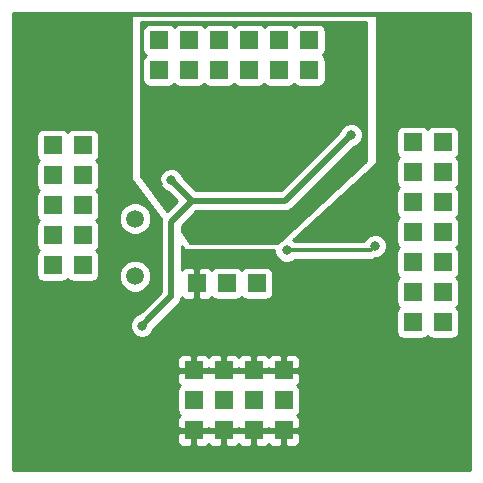
<source format=gbr>
G04 #@! TF.FileFunction,Copper,L1,Top,Signal*
%FSLAX46Y46*%
G04 Gerber Fmt 4.6, Leading zero omitted, Abs format (unit mm)*
G04 Created by KiCad (PCBNEW 0.201509081510+6169~29~ubuntu15.04.1-product) date Pá 11. září 2015, 10:44:20 CEST*
%MOMM*%
G01*
G04 APERTURE LIST*
%ADD10C,0.150000*%
%ADD11R,1.524000X1.524000*%
%ADD12C,6.000000*%
%ADD13C,1.501140*%
%ADD14C,0.800000*%
%ADD15C,0.500000*%
%ADD16C,0.300000*%
%ADD17C,0.400000*%
%ADD18C,0.254000*%
G04 APERTURE END LIST*
D10*
D11*
X15875000Y34798000D03*
X15875000Y37338000D03*
X23876000Y4318000D03*
X21336000Y4318000D03*
X23876000Y6858000D03*
X21336000Y6858000D03*
X23876000Y9398000D03*
X21336000Y9398000D03*
X37338000Y26162000D03*
X34798000Y26162000D03*
X37338000Y28702000D03*
X34798000Y28702000D03*
X13335000Y34798000D03*
X13335000Y37338000D03*
X18415000Y34798000D03*
X18415000Y37338000D03*
X20955000Y37338000D03*
X20955000Y34798000D03*
X26035000Y37338000D03*
X26035000Y34798000D03*
X23495000Y37338000D03*
X23495000Y34798000D03*
X16510000Y16764000D03*
X19050000Y16764000D03*
X21590000Y16764000D03*
X6858000Y28448000D03*
X4318000Y28448000D03*
X6858000Y25908000D03*
X4318000Y25908000D03*
X37338000Y18542000D03*
X34798000Y18542000D03*
X37338000Y21082000D03*
X34798000Y21082000D03*
X6858000Y18288000D03*
X4318000Y18288000D03*
X37338000Y13462000D03*
X34798000Y13462000D03*
X37338000Y16002000D03*
X34798000Y16002000D03*
X37338000Y23622000D03*
X34798000Y23622000D03*
X16256000Y9398000D03*
X18796000Y9398000D03*
X16256000Y6858000D03*
X18796000Y6858000D03*
X16256000Y4318000D03*
X18796000Y4318000D03*
X6858000Y20828000D03*
X4318000Y20828000D03*
X6858000Y23368000D03*
X4318000Y23368000D03*
D12*
X35560000Y35560000D03*
X35560000Y5080000D03*
X5080000Y35560000D03*
X5080000Y5080000D03*
D13*
X11303000Y22252940D03*
X11303000Y17371060D03*
D14*
X10287000Y26289000D03*
X17907000Y18542000D03*
X5588000Y15621000D03*
X31623000Y19939000D03*
X24130000Y19558000D03*
X29591000Y29337000D03*
X14351000Y25527028D03*
X11886691Y13192000D03*
X13208000Y25146000D03*
X20447000Y32131000D03*
X19431000Y21971000D03*
X18669000Y28702000D03*
X29894000Y33211000D03*
X25337000Y31496000D03*
X18033998Y25400000D03*
X16383000Y31369000D03*
D15*
X19812000Y18669000D02*
X19685000Y18542000D01*
X19685000Y18542000D02*
X18472685Y18542000D01*
X18472685Y18542000D02*
X17907000Y18542000D01*
D16*
X16256000Y4318000D02*
X15194000Y4318000D01*
X15194000Y4318000D02*
X15067000Y4445000D01*
X31242000Y19558000D02*
X31623000Y19939000D01*
X24130000Y19558000D02*
X31242000Y19558000D01*
D15*
X24014998Y23760998D02*
X29191001Y28937001D01*
X29191001Y28937001D02*
X29591000Y29337000D01*
X16117030Y23760998D02*
X24014998Y23760998D01*
X16117030Y23760998D02*
X14351000Y25527028D01*
X14351000Y15656309D02*
X14351000Y21994968D01*
X14351000Y21994968D02*
X16117030Y23760998D01*
X11886691Y13192000D02*
X12503571Y13808880D01*
X12503571Y13808880D02*
X14351000Y15656309D01*
D17*
X14351000Y18397640D02*
X14351000Y18968106D01*
X14351000Y15656309D02*
X14351000Y18397640D01*
X14351000Y18397640D02*
X14351000Y21994968D01*
D16*
X14351000Y18968106D02*
X14351000Y21994968D01*
X21012685Y32131000D02*
X20447000Y32131000D01*
X23225000Y32131000D02*
X21012685Y32131000D01*
X19685000Y31369000D02*
X20047001Y31731001D01*
X16383000Y31369000D02*
X19685000Y31369000D01*
X24130000Y31226000D02*
X23225000Y32131000D01*
X20047001Y31731001D02*
X20447000Y32131000D01*
X18669000Y28702000D02*
X18669000Y28136315D01*
X18669000Y28136315D02*
X18669000Y28321000D01*
X18433997Y25799999D02*
X18033998Y25400000D01*
X23859998Y31226000D02*
X18433997Y25799999D01*
X24130000Y31226000D02*
X23859998Y31226000D01*
X24130000Y31226000D02*
X29638000Y31226000D01*
D18*
G36*
X39676000Y964000D02*
X964000Y964000D01*
X964000Y4032250D01*
X14859000Y4032250D01*
X14859000Y3429690D01*
X14955673Y3196301D01*
X15134302Y3017673D01*
X15367691Y2921000D01*
X15970250Y2921000D01*
X16129000Y3079750D01*
X16129000Y4191000D01*
X16383000Y4191000D01*
X16383000Y3079750D01*
X16541750Y2921000D01*
X17144309Y2921000D01*
X17377698Y3017673D01*
X17526000Y3165974D01*
X17674302Y3017673D01*
X17907691Y2921000D01*
X18510250Y2921000D01*
X18669000Y3079750D01*
X18669000Y4191000D01*
X18923000Y4191000D01*
X18923000Y3079750D01*
X19081750Y2921000D01*
X19684309Y2921000D01*
X19917698Y3017673D01*
X20066000Y3165974D01*
X20214302Y3017673D01*
X20447691Y2921000D01*
X21050250Y2921000D01*
X21209000Y3079750D01*
X21209000Y4191000D01*
X21463000Y4191000D01*
X21463000Y3079750D01*
X21621750Y2921000D01*
X22224309Y2921000D01*
X22457698Y3017673D01*
X22606000Y3165974D01*
X22754302Y3017673D01*
X22987691Y2921000D01*
X23590250Y2921000D01*
X23749000Y3079750D01*
X23749000Y4191000D01*
X24003000Y4191000D01*
X24003000Y3079750D01*
X24161750Y2921000D01*
X24764309Y2921000D01*
X24997698Y3017673D01*
X25176327Y3196301D01*
X25273000Y3429690D01*
X25273000Y4032250D01*
X25114250Y4191000D01*
X24003000Y4191000D01*
X23749000Y4191000D01*
X22637750Y4191000D01*
X22606000Y4159250D01*
X22574250Y4191000D01*
X21463000Y4191000D01*
X21209000Y4191000D01*
X20097750Y4191000D01*
X20066000Y4159250D01*
X20034250Y4191000D01*
X18923000Y4191000D01*
X18669000Y4191000D01*
X17557750Y4191000D01*
X17526000Y4159250D01*
X17494250Y4191000D01*
X16383000Y4191000D01*
X16129000Y4191000D01*
X15017750Y4191000D01*
X14859000Y4032250D01*
X964000Y4032250D01*
X964000Y7620000D01*
X14846560Y7620000D01*
X14846560Y6096000D01*
X14890838Y5860683D01*
X15029910Y5644559D01*
X15107511Y5591536D01*
X14955673Y5439699D01*
X14859000Y5206310D01*
X14859000Y4603750D01*
X15017750Y4445000D01*
X16129000Y4445000D01*
X16129000Y4465000D01*
X16383000Y4465000D01*
X16383000Y4445000D01*
X17494250Y4445000D01*
X17526000Y4476750D01*
X17557750Y4445000D01*
X18669000Y4445000D01*
X18669000Y4465000D01*
X18923000Y4465000D01*
X18923000Y4445000D01*
X20034250Y4445000D01*
X20066000Y4476750D01*
X20097750Y4445000D01*
X21209000Y4445000D01*
X21209000Y4465000D01*
X21463000Y4465000D01*
X21463000Y4445000D01*
X22574250Y4445000D01*
X22606000Y4476750D01*
X22637750Y4445000D01*
X23749000Y4445000D01*
X23749000Y4465000D01*
X24003000Y4465000D01*
X24003000Y4445000D01*
X25114250Y4445000D01*
X25273000Y4603750D01*
X25273000Y5206310D01*
X25176327Y5439699D01*
X25025354Y5590671D01*
X25089441Y5631910D01*
X25234431Y5844110D01*
X25285440Y6096000D01*
X25285440Y7620000D01*
X25241162Y7855317D01*
X25102090Y8071441D01*
X25024489Y8124464D01*
X25176327Y8276301D01*
X25273000Y8509690D01*
X25273000Y9112250D01*
X25114250Y9271000D01*
X24003000Y9271000D01*
X24003000Y9251000D01*
X23749000Y9251000D01*
X23749000Y9271000D01*
X22637750Y9271000D01*
X22606000Y9239250D01*
X22574250Y9271000D01*
X21463000Y9271000D01*
X21463000Y9251000D01*
X21209000Y9251000D01*
X21209000Y9271000D01*
X20097750Y9271000D01*
X20066000Y9239250D01*
X20034250Y9271000D01*
X18923000Y9271000D01*
X18923000Y9251000D01*
X18669000Y9251000D01*
X18669000Y9271000D01*
X17557750Y9271000D01*
X17526000Y9239250D01*
X17494250Y9271000D01*
X16383000Y9271000D01*
X16383000Y9251000D01*
X16129000Y9251000D01*
X16129000Y9271000D01*
X15017750Y9271000D01*
X14859000Y9112250D01*
X14859000Y8509690D01*
X14955673Y8276301D01*
X15106646Y8125329D01*
X15042559Y8084090D01*
X14897569Y7871890D01*
X14846560Y7620000D01*
X964000Y7620000D01*
X964000Y10286310D01*
X14859000Y10286310D01*
X14859000Y9683750D01*
X15017750Y9525000D01*
X16129000Y9525000D01*
X16129000Y10636250D01*
X16383000Y10636250D01*
X16383000Y9525000D01*
X17494250Y9525000D01*
X17526000Y9556750D01*
X17557750Y9525000D01*
X18669000Y9525000D01*
X18669000Y10636250D01*
X18923000Y10636250D01*
X18923000Y9525000D01*
X20034250Y9525000D01*
X20066000Y9556750D01*
X20097750Y9525000D01*
X21209000Y9525000D01*
X21209000Y10636250D01*
X21463000Y10636250D01*
X21463000Y9525000D01*
X22574250Y9525000D01*
X22606000Y9556750D01*
X22637750Y9525000D01*
X23749000Y9525000D01*
X23749000Y10636250D01*
X24003000Y10636250D01*
X24003000Y9525000D01*
X25114250Y9525000D01*
X25273000Y9683750D01*
X25273000Y10286310D01*
X25176327Y10519699D01*
X24997698Y10698327D01*
X24764309Y10795000D01*
X24161750Y10795000D01*
X24003000Y10636250D01*
X23749000Y10636250D01*
X23590250Y10795000D01*
X22987691Y10795000D01*
X22754302Y10698327D01*
X22606000Y10550026D01*
X22457698Y10698327D01*
X22224309Y10795000D01*
X21621750Y10795000D01*
X21463000Y10636250D01*
X21209000Y10636250D01*
X21050250Y10795000D01*
X20447691Y10795000D01*
X20214302Y10698327D01*
X20066000Y10550026D01*
X19917698Y10698327D01*
X19684309Y10795000D01*
X19081750Y10795000D01*
X18923000Y10636250D01*
X18669000Y10636250D01*
X18510250Y10795000D01*
X17907691Y10795000D01*
X17674302Y10698327D01*
X17526000Y10550026D01*
X17377698Y10698327D01*
X17144309Y10795000D01*
X16541750Y10795000D01*
X16383000Y10636250D01*
X16129000Y10636250D01*
X15970250Y10795000D01*
X15367691Y10795000D01*
X15134302Y10698327D01*
X14955673Y10519699D01*
X14859000Y10286310D01*
X964000Y10286310D01*
X964000Y12987029D01*
X10851512Y12987029D01*
X11008749Y12606485D01*
X11299645Y12315081D01*
X11679914Y12157180D01*
X12091662Y12156821D01*
X12472206Y12314058D01*
X12763610Y12604954D01*
X12914423Y12968152D01*
X13129358Y13183088D01*
X13129361Y13183090D01*
X14976787Y15030517D01*
X14976790Y15030519D01*
X15168633Y15317634D01*
X15184786Y15398838D01*
X15229309Y15622666D01*
X15388301Y15463673D01*
X15621690Y15367000D01*
X16224250Y15367000D01*
X16383000Y15525750D01*
X16383000Y16637000D01*
X16363000Y16637000D01*
X16363000Y16891000D01*
X16383000Y16891000D01*
X16383000Y18002250D01*
X16637000Y18002250D01*
X16637000Y16891000D01*
X16657000Y16891000D01*
X16657000Y16637000D01*
X16637000Y16637000D01*
X16637000Y15525750D01*
X16795750Y15367000D01*
X17398310Y15367000D01*
X17631699Y15463673D01*
X17782671Y15614646D01*
X17823910Y15550559D01*
X18036110Y15405569D01*
X18288000Y15354560D01*
X19812000Y15354560D01*
X20047317Y15398838D01*
X20263441Y15537910D01*
X20319374Y15619770D01*
X20363910Y15550559D01*
X20576110Y15405569D01*
X20828000Y15354560D01*
X22352000Y15354560D01*
X22587317Y15398838D01*
X22803441Y15537910D01*
X22948431Y15750110D01*
X22999440Y16002000D01*
X22999440Y17526000D01*
X22955162Y17761317D01*
X22816090Y17977441D01*
X22603890Y18122431D01*
X22352000Y18173440D01*
X20828000Y18173440D01*
X20592683Y18129162D01*
X20376559Y17990090D01*
X20320626Y17908230D01*
X20276090Y17977441D01*
X20063890Y18122431D01*
X19812000Y18173440D01*
X18288000Y18173440D01*
X18052683Y18129162D01*
X17836559Y17990090D01*
X17783536Y17912489D01*
X17631699Y18064327D01*
X17398310Y18161000D01*
X16795750Y18161000D01*
X16637000Y18002250D01*
X16383000Y18002250D01*
X16224250Y18161000D01*
X15621690Y18161000D01*
X15388301Y18064327D01*
X15236000Y17912025D01*
X15236000Y19897884D01*
X15454519Y19608473D01*
X15492278Y19575070D01*
X15555873Y19558000D01*
X23095000Y19558000D01*
X23094821Y19353029D01*
X23252058Y18972485D01*
X23542954Y18681081D01*
X23923223Y18523180D01*
X24334971Y18522821D01*
X24715515Y18680058D01*
X24808619Y18773000D01*
X31242000Y18773000D01*
X31542407Y18832755D01*
X31648999Y18903977D01*
X31827971Y18903821D01*
X32208515Y19061058D01*
X32499919Y19351954D01*
X32657820Y19732223D01*
X32658179Y20143971D01*
X32500942Y20524515D01*
X32210046Y20815919D01*
X31829777Y20973820D01*
X31418029Y20974179D01*
X31037485Y20816942D01*
X30746081Y20526046D01*
X30670074Y20343000D01*
X24808805Y20343000D01*
X24717046Y20434919D01*
X24684606Y20448389D01*
X31700869Y26845515D01*
X31730640Y26886199D01*
X31742303Y26939284D01*
X31743866Y29464000D01*
X33388560Y29464000D01*
X33388560Y27940000D01*
X33432838Y27704683D01*
X33571910Y27488559D01*
X33653770Y27432626D01*
X33584559Y27388090D01*
X33439569Y27175890D01*
X33388560Y26924000D01*
X33388560Y25400000D01*
X33432838Y25164683D01*
X33571910Y24948559D01*
X33653770Y24892626D01*
X33584559Y24848090D01*
X33439569Y24635890D01*
X33388560Y24384000D01*
X33388560Y22860000D01*
X33432838Y22624683D01*
X33571910Y22408559D01*
X33653770Y22352626D01*
X33584559Y22308090D01*
X33439569Y22095890D01*
X33388560Y21844000D01*
X33388560Y20320000D01*
X33432838Y20084683D01*
X33571910Y19868559D01*
X33653770Y19812626D01*
X33584559Y19768090D01*
X33439569Y19555890D01*
X33388560Y19304000D01*
X33388560Y17780000D01*
X33432838Y17544683D01*
X33571910Y17328559D01*
X33653770Y17272626D01*
X33584559Y17228090D01*
X33439569Y17015890D01*
X33388560Y16764000D01*
X33388560Y15240000D01*
X33432838Y15004683D01*
X33571910Y14788559D01*
X33653770Y14732626D01*
X33584559Y14688090D01*
X33439569Y14475890D01*
X33388560Y14224000D01*
X33388560Y12700000D01*
X33432838Y12464683D01*
X33571910Y12248559D01*
X33784110Y12103569D01*
X34036000Y12052560D01*
X35560000Y12052560D01*
X35795317Y12096838D01*
X36011441Y12235910D01*
X36067374Y12317770D01*
X36111910Y12248559D01*
X36324110Y12103569D01*
X36576000Y12052560D01*
X38100000Y12052560D01*
X38335317Y12096838D01*
X38551441Y12235910D01*
X38696431Y12448110D01*
X38747440Y12700000D01*
X38747440Y14224000D01*
X38703162Y14459317D01*
X38564090Y14675441D01*
X38482230Y14731374D01*
X38551441Y14775910D01*
X38696431Y14988110D01*
X38747440Y15240000D01*
X38747440Y16764000D01*
X38703162Y16999317D01*
X38564090Y17215441D01*
X38482230Y17271374D01*
X38551441Y17315910D01*
X38696431Y17528110D01*
X38747440Y17780000D01*
X38747440Y19304000D01*
X38703162Y19539317D01*
X38564090Y19755441D01*
X38482230Y19811374D01*
X38551441Y19855910D01*
X38696431Y20068110D01*
X38747440Y20320000D01*
X38747440Y21844000D01*
X38703162Y22079317D01*
X38564090Y22295441D01*
X38482230Y22351374D01*
X38551441Y22395910D01*
X38696431Y22608110D01*
X38747440Y22860000D01*
X38747440Y24384000D01*
X38703162Y24619317D01*
X38564090Y24835441D01*
X38482230Y24891374D01*
X38551441Y24935910D01*
X38696431Y25148110D01*
X38747440Y25400000D01*
X38747440Y26924000D01*
X38703162Y27159317D01*
X38564090Y27375441D01*
X38482230Y27431374D01*
X38551441Y27475910D01*
X38696431Y27688110D01*
X38747440Y27940000D01*
X38747440Y29464000D01*
X38703162Y29699317D01*
X38564090Y29915441D01*
X38351890Y30060431D01*
X38100000Y30111440D01*
X36576000Y30111440D01*
X36340683Y30067162D01*
X36124559Y29928090D01*
X36068626Y29846230D01*
X36024090Y29915441D01*
X35811890Y30060431D01*
X35560000Y30111440D01*
X34036000Y30111440D01*
X33800683Y30067162D01*
X33584559Y29928090D01*
X33439569Y29715890D01*
X33388560Y29464000D01*
X31743866Y29464000D01*
X31750000Y39369921D01*
X31740025Y39419338D01*
X31711610Y39460980D01*
X31669232Y39488286D01*
X31623000Y39497000D01*
X10922000Y39497000D01*
X10922000Y25654000D01*
X10932006Y25604590D01*
X10947646Y25577473D01*
X13504909Y22190578D01*
X13465999Y21994968D01*
X13466000Y21994963D01*
X13466000Y16022888D01*
X11877781Y14434670D01*
X11877779Y14434667D01*
X11662243Y14219131D01*
X11301176Y14069942D01*
X11009772Y13779046D01*
X10851871Y13398777D01*
X10851512Y12987029D01*
X964000Y12987029D01*
X964000Y29210000D01*
X2908560Y29210000D01*
X2908560Y27686000D01*
X2952838Y27450683D01*
X3091910Y27234559D01*
X3173770Y27178626D01*
X3104559Y27134090D01*
X2959569Y26921890D01*
X2908560Y26670000D01*
X2908560Y25146000D01*
X2952838Y24910683D01*
X3091910Y24694559D01*
X3173770Y24638626D01*
X3104559Y24594090D01*
X2959569Y24381890D01*
X2908560Y24130000D01*
X2908560Y22606000D01*
X2952838Y22370683D01*
X3091910Y22154559D01*
X3173770Y22098626D01*
X3104559Y22054090D01*
X2959569Y21841890D01*
X2908560Y21590000D01*
X2908560Y20066000D01*
X2952838Y19830683D01*
X3091910Y19614559D01*
X3173770Y19558626D01*
X3104559Y19514090D01*
X2959569Y19301890D01*
X2908560Y19050000D01*
X2908560Y17526000D01*
X2952838Y17290683D01*
X3091910Y17074559D01*
X3304110Y16929569D01*
X3556000Y16878560D01*
X5080000Y16878560D01*
X5315317Y16922838D01*
X5531441Y17061910D01*
X5587374Y17143770D01*
X5631910Y17074559D01*
X5844110Y16929569D01*
X6096000Y16878560D01*
X7620000Y16878560D01*
X7855317Y16922838D01*
X8071441Y17061910D01*
X8095186Y17096662D01*
X9917190Y17096662D01*
X10127686Y16587223D01*
X10517113Y16197116D01*
X11026184Y15985731D01*
X11577398Y15985250D01*
X12086837Y16195746D01*
X12476944Y16585173D01*
X12688329Y17094244D01*
X12688810Y17645458D01*
X12478314Y18154897D01*
X12088887Y18545004D01*
X11579816Y18756389D01*
X11028602Y18756870D01*
X10519163Y18546374D01*
X10129056Y18156947D01*
X9917671Y17647876D01*
X9917190Y17096662D01*
X8095186Y17096662D01*
X8216431Y17274110D01*
X8267440Y17526000D01*
X8267440Y19050000D01*
X8223162Y19285317D01*
X8084090Y19501441D01*
X8002230Y19557374D01*
X8071441Y19601910D01*
X8216431Y19814110D01*
X8267440Y20066000D01*
X8267440Y21590000D01*
X8223162Y21825317D01*
X8124565Y21978542D01*
X9917190Y21978542D01*
X10127686Y21469103D01*
X10517113Y21078996D01*
X11026184Y20867611D01*
X11577398Y20867130D01*
X12086837Y21077626D01*
X12476944Y21467053D01*
X12688329Y21976124D01*
X12688810Y22527338D01*
X12478314Y23036777D01*
X12088887Y23426884D01*
X11579816Y23638269D01*
X11028602Y23638750D01*
X10519163Y23428254D01*
X10129056Y23038827D01*
X9917671Y22529756D01*
X9917190Y21978542D01*
X8124565Y21978542D01*
X8084090Y22041441D01*
X8002230Y22097374D01*
X8071441Y22141910D01*
X8216431Y22354110D01*
X8267440Y22606000D01*
X8267440Y24130000D01*
X8223162Y24365317D01*
X8084090Y24581441D01*
X8002230Y24637374D01*
X8071441Y24681910D01*
X8216431Y24894110D01*
X8267440Y25146000D01*
X8267440Y26670000D01*
X8223162Y26905317D01*
X8084090Y27121441D01*
X8002230Y27177374D01*
X8071441Y27221910D01*
X8216431Y27434110D01*
X8267440Y27686000D01*
X8267440Y29210000D01*
X8223162Y29445317D01*
X8084090Y29661441D01*
X7871890Y29806431D01*
X7620000Y29857440D01*
X6096000Y29857440D01*
X5860683Y29813162D01*
X5644559Y29674090D01*
X5588626Y29592230D01*
X5544090Y29661441D01*
X5331890Y29806431D01*
X5080000Y29857440D01*
X3556000Y29857440D01*
X3320683Y29813162D01*
X3104559Y29674090D01*
X2959569Y29461890D01*
X2908560Y29210000D01*
X964000Y29210000D01*
X964000Y39497000D01*
X8382000Y39497000D01*
X8382000Y39370000D01*
X8509000Y39370000D01*
X8509000Y39497000D01*
X8382000Y39497000D01*
X964000Y39497000D01*
X964000Y39676000D01*
X39676000Y39676000D01*
X39676000Y964000D01*
X39676000Y964000D01*
G37*
X39676000Y964000D02*
X964000Y964000D01*
X964000Y4032250D01*
X14859000Y4032250D01*
X14859000Y3429690D01*
X14955673Y3196301D01*
X15134302Y3017673D01*
X15367691Y2921000D01*
X15970250Y2921000D01*
X16129000Y3079750D01*
X16129000Y4191000D01*
X16383000Y4191000D01*
X16383000Y3079750D01*
X16541750Y2921000D01*
X17144309Y2921000D01*
X17377698Y3017673D01*
X17526000Y3165974D01*
X17674302Y3017673D01*
X17907691Y2921000D01*
X18510250Y2921000D01*
X18669000Y3079750D01*
X18669000Y4191000D01*
X18923000Y4191000D01*
X18923000Y3079750D01*
X19081750Y2921000D01*
X19684309Y2921000D01*
X19917698Y3017673D01*
X20066000Y3165974D01*
X20214302Y3017673D01*
X20447691Y2921000D01*
X21050250Y2921000D01*
X21209000Y3079750D01*
X21209000Y4191000D01*
X21463000Y4191000D01*
X21463000Y3079750D01*
X21621750Y2921000D01*
X22224309Y2921000D01*
X22457698Y3017673D01*
X22606000Y3165974D01*
X22754302Y3017673D01*
X22987691Y2921000D01*
X23590250Y2921000D01*
X23749000Y3079750D01*
X23749000Y4191000D01*
X24003000Y4191000D01*
X24003000Y3079750D01*
X24161750Y2921000D01*
X24764309Y2921000D01*
X24997698Y3017673D01*
X25176327Y3196301D01*
X25273000Y3429690D01*
X25273000Y4032250D01*
X25114250Y4191000D01*
X24003000Y4191000D01*
X23749000Y4191000D01*
X22637750Y4191000D01*
X22606000Y4159250D01*
X22574250Y4191000D01*
X21463000Y4191000D01*
X21209000Y4191000D01*
X20097750Y4191000D01*
X20066000Y4159250D01*
X20034250Y4191000D01*
X18923000Y4191000D01*
X18669000Y4191000D01*
X17557750Y4191000D01*
X17526000Y4159250D01*
X17494250Y4191000D01*
X16383000Y4191000D01*
X16129000Y4191000D01*
X15017750Y4191000D01*
X14859000Y4032250D01*
X964000Y4032250D01*
X964000Y7620000D01*
X14846560Y7620000D01*
X14846560Y6096000D01*
X14890838Y5860683D01*
X15029910Y5644559D01*
X15107511Y5591536D01*
X14955673Y5439699D01*
X14859000Y5206310D01*
X14859000Y4603750D01*
X15017750Y4445000D01*
X16129000Y4445000D01*
X16129000Y4465000D01*
X16383000Y4465000D01*
X16383000Y4445000D01*
X17494250Y4445000D01*
X17526000Y4476750D01*
X17557750Y4445000D01*
X18669000Y4445000D01*
X18669000Y4465000D01*
X18923000Y4465000D01*
X18923000Y4445000D01*
X20034250Y4445000D01*
X20066000Y4476750D01*
X20097750Y4445000D01*
X21209000Y4445000D01*
X21209000Y4465000D01*
X21463000Y4465000D01*
X21463000Y4445000D01*
X22574250Y4445000D01*
X22606000Y4476750D01*
X22637750Y4445000D01*
X23749000Y4445000D01*
X23749000Y4465000D01*
X24003000Y4465000D01*
X24003000Y4445000D01*
X25114250Y4445000D01*
X25273000Y4603750D01*
X25273000Y5206310D01*
X25176327Y5439699D01*
X25025354Y5590671D01*
X25089441Y5631910D01*
X25234431Y5844110D01*
X25285440Y6096000D01*
X25285440Y7620000D01*
X25241162Y7855317D01*
X25102090Y8071441D01*
X25024489Y8124464D01*
X25176327Y8276301D01*
X25273000Y8509690D01*
X25273000Y9112250D01*
X25114250Y9271000D01*
X24003000Y9271000D01*
X24003000Y9251000D01*
X23749000Y9251000D01*
X23749000Y9271000D01*
X22637750Y9271000D01*
X22606000Y9239250D01*
X22574250Y9271000D01*
X21463000Y9271000D01*
X21463000Y9251000D01*
X21209000Y9251000D01*
X21209000Y9271000D01*
X20097750Y9271000D01*
X20066000Y9239250D01*
X20034250Y9271000D01*
X18923000Y9271000D01*
X18923000Y9251000D01*
X18669000Y9251000D01*
X18669000Y9271000D01*
X17557750Y9271000D01*
X17526000Y9239250D01*
X17494250Y9271000D01*
X16383000Y9271000D01*
X16383000Y9251000D01*
X16129000Y9251000D01*
X16129000Y9271000D01*
X15017750Y9271000D01*
X14859000Y9112250D01*
X14859000Y8509690D01*
X14955673Y8276301D01*
X15106646Y8125329D01*
X15042559Y8084090D01*
X14897569Y7871890D01*
X14846560Y7620000D01*
X964000Y7620000D01*
X964000Y10286310D01*
X14859000Y10286310D01*
X14859000Y9683750D01*
X15017750Y9525000D01*
X16129000Y9525000D01*
X16129000Y10636250D01*
X16383000Y10636250D01*
X16383000Y9525000D01*
X17494250Y9525000D01*
X17526000Y9556750D01*
X17557750Y9525000D01*
X18669000Y9525000D01*
X18669000Y10636250D01*
X18923000Y10636250D01*
X18923000Y9525000D01*
X20034250Y9525000D01*
X20066000Y9556750D01*
X20097750Y9525000D01*
X21209000Y9525000D01*
X21209000Y10636250D01*
X21463000Y10636250D01*
X21463000Y9525000D01*
X22574250Y9525000D01*
X22606000Y9556750D01*
X22637750Y9525000D01*
X23749000Y9525000D01*
X23749000Y10636250D01*
X24003000Y10636250D01*
X24003000Y9525000D01*
X25114250Y9525000D01*
X25273000Y9683750D01*
X25273000Y10286310D01*
X25176327Y10519699D01*
X24997698Y10698327D01*
X24764309Y10795000D01*
X24161750Y10795000D01*
X24003000Y10636250D01*
X23749000Y10636250D01*
X23590250Y10795000D01*
X22987691Y10795000D01*
X22754302Y10698327D01*
X22606000Y10550026D01*
X22457698Y10698327D01*
X22224309Y10795000D01*
X21621750Y10795000D01*
X21463000Y10636250D01*
X21209000Y10636250D01*
X21050250Y10795000D01*
X20447691Y10795000D01*
X20214302Y10698327D01*
X20066000Y10550026D01*
X19917698Y10698327D01*
X19684309Y10795000D01*
X19081750Y10795000D01*
X18923000Y10636250D01*
X18669000Y10636250D01*
X18510250Y10795000D01*
X17907691Y10795000D01*
X17674302Y10698327D01*
X17526000Y10550026D01*
X17377698Y10698327D01*
X17144309Y10795000D01*
X16541750Y10795000D01*
X16383000Y10636250D01*
X16129000Y10636250D01*
X15970250Y10795000D01*
X15367691Y10795000D01*
X15134302Y10698327D01*
X14955673Y10519699D01*
X14859000Y10286310D01*
X964000Y10286310D01*
X964000Y12987029D01*
X10851512Y12987029D01*
X11008749Y12606485D01*
X11299645Y12315081D01*
X11679914Y12157180D01*
X12091662Y12156821D01*
X12472206Y12314058D01*
X12763610Y12604954D01*
X12914423Y12968152D01*
X13129358Y13183088D01*
X13129361Y13183090D01*
X14976787Y15030517D01*
X14976790Y15030519D01*
X15168633Y15317634D01*
X15184786Y15398838D01*
X15229309Y15622666D01*
X15388301Y15463673D01*
X15621690Y15367000D01*
X16224250Y15367000D01*
X16383000Y15525750D01*
X16383000Y16637000D01*
X16363000Y16637000D01*
X16363000Y16891000D01*
X16383000Y16891000D01*
X16383000Y18002250D01*
X16637000Y18002250D01*
X16637000Y16891000D01*
X16657000Y16891000D01*
X16657000Y16637000D01*
X16637000Y16637000D01*
X16637000Y15525750D01*
X16795750Y15367000D01*
X17398310Y15367000D01*
X17631699Y15463673D01*
X17782671Y15614646D01*
X17823910Y15550559D01*
X18036110Y15405569D01*
X18288000Y15354560D01*
X19812000Y15354560D01*
X20047317Y15398838D01*
X20263441Y15537910D01*
X20319374Y15619770D01*
X20363910Y15550559D01*
X20576110Y15405569D01*
X20828000Y15354560D01*
X22352000Y15354560D01*
X22587317Y15398838D01*
X22803441Y15537910D01*
X22948431Y15750110D01*
X22999440Y16002000D01*
X22999440Y17526000D01*
X22955162Y17761317D01*
X22816090Y17977441D01*
X22603890Y18122431D01*
X22352000Y18173440D01*
X20828000Y18173440D01*
X20592683Y18129162D01*
X20376559Y17990090D01*
X20320626Y17908230D01*
X20276090Y17977441D01*
X20063890Y18122431D01*
X19812000Y18173440D01*
X18288000Y18173440D01*
X18052683Y18129162D01*
X17836559Y17990090D01*
X17783536Y17912489D01*
X17631699Y18064327D01*
X17398310Y18161000D01*
X16795750Y18161000D01*
X16637000Y18002250D01*
X16383000Y18002250D01*
X16224250Y18161000D01*
X15621690Y18161000D01*
X15388301Y18064327D01*
X15236000Y17912025D01*
X15236000Y19897884D01*
X15454519Y19608473D01*
X15492278Y19575070D01*
X15555873Y19558000D01*
X23095000Y19558000D01*
X23094821Y19353029D01*
X23252058Y18972485D01*
X23542954Y18681081D01*
X23923223Y18523180D01*
X24334971Y18522821D01*
X24715515Y18680058D01*
X24808619Y18773000D01*
X31242000Y18773000D01*
X31542407Y18832755D01*
X31648999Y18903977D01*
X31827971Y18903821D01*
X32208515Y19061058D01*
X32499919Y19351954D01*
X32657820Y19732223D01*
X32658179Y20143971D01*
X32500942Y20524515D01*
X32210046Y20815919D01*
X31829777Y20973820D01*
X31418029Y20974179D01*
X31037485Y20816942D01*
X30746081Y20526046D01*
X30670074Y20343000D01*
X24808805Y20343000D01*
X24717046Y20434919D01*
X24684606Y20448389D01*
X31700869Y26845515D01*
X31730640Y26886199D01*
X31742303Y26939284D01*
X31743866Y29464000D01*
X33388560Y29464000D01*
X33388560Y27940000D01*
X33432838Y27704683D01*
X33571910Y27488559D01*
X33653770Y27432626D01*
X33584559Y27388090D01*
X33439569Y27175890D01*
X33388560Y26924000D01*
X33388560Y25400000D01*
X33432838Y25164683D01*
X33571910Y24948559D01*
X33653770Y24892626D01*
X33584559Y24848090D01*
X33439569Y24635890D01*
X33388560Y24384000D01*
X33388560Y22860000D01*
X33432838Y22624683D01*
X33571910Y22408559D01*
X33653770Y22352626D01*
X33584559Y22308090D01*
X33439569Y22095890D01*
X33388560Y21844000D01*
X33388560Y20320000D01*
X33432838Y20084683D01*
X33571910Y19868559D01*
X33653770Y19812626D01*
X33584559Y19768090D01*
X33439569Y19555890D01*
X33388560Y19304000D01*
X33388560Y17780000D01*
X33432838Y17544683D01*
X33571910Y17328559D01*
X33653770Y17272626D01*
X33584559Y17228090D01*
X33439569Y17015890D01*
X33388560Y16764000D01*
X33388560Y15240000D01*
X33432838Y15004683D01*
X33571910Y14788559D01*
X33653770Y14732626D01*
X33584559Y14688090D01*
X33439569Y14475890D01*
X33388560Y14224000D01*
X33388560Y12700000D01*
X33432838Y12464683D01*
X33571910Y12248559D01*
X33784110Y12103569D01*
X34036000Y12052560D01*
X35560000Y12052560D01*
X35795317Y12096838D01*
X36011441Y12235910D01*
X36067374Y12317770D01*
X36111910Y12248559D01*
X36324110Y12103569D01*
X36576000Y12052560D01*
X38100000Y12052560D01*
X38335317Y12096838D01*
X38551441Y12235910D01*
X38696431Y12448110D01*
X38747440Y12700000D01*
X38747440Y14224000D01*
X38703162Y14459317D01*
X38564090Y14675441D01*
X38482230Y14731374D01*
X38551441Y14775910D01*
X38696431Y14988110D01*
X38747440Y15240000D01*
X38747440Y16764000D01*
X38703162Y16999317D01*
X38564090Y17215441D01*
X38482230Y17271374D01*
X38551441Y17315910D01*
X38696431Y17528110D01*
X38747440Y17780000D01*
X38747440Y19304000D01*
X38703162Y19539317D01*
X38564090Y19755441D01*
X38482230Y19811374D01*
X38551441Y19855910D01*
X38696431Y20068110D01*
X38747440Y20320000D01*
X38747440Y21844000D01*
X38703162Y22079317D01*
X38564090Y22295441D01*
X38482230Y22351374D01*
X38551441Y22395910D01*
X38696431Y22608110D01*
X38747440Y22860000D01*
X38747440Y24384000D01*
X38703162Y24619317D01*
X38564090Y24835441D01*
X38482230Y24891374D01*
X38551441Y24935910D01*
X38696431Y25148110D01*
X38747440Y25400000D01*
X38747440Y26924000D01*
X38703162Y27159317D01*
X38564090Y27375441D01*
X38482230Y27431374D01*
X38551441Y27475910D01*
X38696431Y27688110D01*
X38747440Y27940000D01*
X38747440Y29464000D01*
X38703162Y29699317D01*
X38564090Y29915441D01*
X38351890Y30060431D01*
X38100000Y30111440D01*
X36576000Y30111440D01*
X36340683Y30067162D01*
X36124559Y29928090D01*
X36068626Y29846230D01*
X36024090Y29915441D01*
X35811890Y30060431D01*
X35560000Y30111440D01*
X34036000Y30111440D01*
X33800683Y30067162D01*
X33584559Y29928090D01*
X33439569Y29715890D01*
X33388560Y29464000D01*
X31743866Y29464000D01*
X31750000Y39369921D01*
X31740025Y39419338D01*
X31711610Y39460980D01*
X31669232Y39488286D01*
X31623000Y39497000D01*
X10922000Y39497000D01*
X10922000Y25654000D01*
X10932006Y25604590D01*
X10947646Y25577473D01*
X13504909Y22190578D01*
X13465999Y21994968D01*
X13466000Y21994963D01*
X13466000Y16022888D01*
X11877781Y14434670D01*
X11877779Y14434667D01*
X11662243Y14219131D01*
X11301176Y14069942D01*
X11009772Y13779046D01*
X10851871Y13398777D01*
X10851512Y12987029D01*
X964000Y12987029D01*
X964000Y29210000D01*
X2908560Y29210000D01*
X2908560Y27686000D01*
X2952838Y27450683D01*
X3091910Y27234559D01*
X3173770Y27178626D01*
X3104559Y27134090D01*
X2959569Y26921890D01*
X2908560Y26670000D01*
X2908560Y25146000D01*
X2952838Y24910683D01*
X3091910Y24694559D01*
X3173770Y24638626D01*
X3104559Y24594090D01*
X2959569Y24381890D01*
X2908560Y24130000D01*
X2908560Y22606000D01*
X2952838Y22370683D01*
X3091910Y22154559D01*
X3173770Y22098626D01*
X3104559Y22054090D01*
X2959569Y21841890D01*
X2908560Y21590000D01*
X2908560Y20066000D01*
X2952838Y19830683D01*
X3091910Y19614559D01*
X3173770Y19558626D01*
X3104559Y19514090D01*
X2959569Y19301890D01*
X2908560Y19050000D01*
X2908560Y17526000D01*
X2952838Y17290683D01*
X3091910Y17074559D01*
X3304110Y16929569D01*
X3556000Y16878560D01*
X5080000Y16878560D01*
X5315317Y16922838D01*
X5531441Y17061910D01*
X5587374Y17143770D01*
X5631910Y17074559D01*
X5844110Y16929569D01*
X6096000Y16878560D01*
X7620000Y16878560D01*
X7855317Y16922838D01*
X8071441Y17061910D01*
X8095186Y17096662D01*
X9917190Y17096662D01*
X10127686Y16587223D01*
X10517113Y16197116D01*
X11026184Y15985731D01*
X11577398Y15985250D01*
X12086837Y16195746D01*
X12476944Y16585173D01*
X12688329Y17094244D01*
X12688810Y17645458D01*
X12478314Y18154897D01*
X12088887Y18545004D01*
X11579816Y18756389D01*
X11028602Y18756870D01*
X10519163Y18546374D01*
X10129056Y18156947D01*
X9917671Y17647876D01*
X9917190Y17096662D01*
X8095186Y17096662D01*
X8216431Y17274110D01*
X8267440Y17526000D01*
X8267440Y19050000D01*
X8223162Y19285317D01*
X8084090Y19501441D01*
X8002230Y19557374D01*
X8071441Y19601910D01*
X8216431Y19814110D01*
X8267440Y20066000D01*
X8267440Y21590000D01*
X8223162Y21825317D01*
X8124565Y21978542D01*
X9917190Y21978542D01*
X10127686Y21469103D01*
X10517113Y21078996D01*
X11026184Y20867611D01*
X11577398Y20867130D01*
X12086837Y21077626D01*
X12476944Y21467053D01*
X12688329Y21976124D01*
X12688810Y22527338D01*
X12478314Y23036777D01*
X12088887Y23426884D01*
X11579816Y23638269D01*
X11028602Y23638750D01*
X10519163Y23428254D01*
X10129056Y23038827D01*
X9917671Y22529756D01*
X9917190Y21978542D01*
X8124565Y21978542D01*
X8084090Y22041441D01*
X8002230Y22097374D01*
X8071441Y22141910D01*
X8216431Y22354110D01*
X8267440Y22606000D01*
X8267440Y24130000D01*
X8223162Y24365317D01*
X8084090Y24581441D01*
X8002230Y24637374D01*
X8071441Y24681910D01*
X8216431Y24894110D01*
X8267440Y25146000D01*
X8267440Y26670000D01*
X8223162Y26905317D01*
X8084090Y27121441D01*
X8002230Y27177374D01*
X8071441Y27221910D01*
X8216431Y27434110D01*
X8267440Y27686000D01*
X8267440Y29210000D01*
X8223162Y29445317D01*
X8084090Y29661441D01*
X7871890Y29806431D01*
X7620000Y29857440D01*
X6096000Y29857440D01*
X5860683Y29813162D01*
X5644559Y29674090D01*
X5588626Y29592230D01*
X5544090Y29661441D01*
X5331890Y29806431D01*
X5080000Y29857440D01*
X3556000Y29857440D01*
X3320683Y29813162D01*
X3104559Y29674090D01*
X2959569Y29461890D01*
X2908560Y29210000D01*
X964000Y29210000D01*
X964000Y39497000D01*
X8382000Y39497000D01*
X8382000Y39370000D01*
X8509000Y39370000D01*
X8509000Y39497000D01*
X8382000Y39497000D01*
X964000Y39497000D01*
X964000Y39676000D01*
X39676000Y39676000D01*
X39676000Y964000D01*
G36*
X30861000Y27106868D02*
X23615749Y20465388D01*
X23544485Y20435942D01*
X23301119Y20193000D01*
X15965912Y20193000D01*
X15236000Y21183595D01*
X15236000Y21628388D01*
X16483609Y22875998D01*
X24014993Y22875998D01*
X24014998Y22875997D01*
X24297482Y22932188D01*
X24353673Y22943365D01*
X24640788Y23135208D01*
X24640789Y23135209D01*
X29815447Y28309868D01*
X30176515Y28459058D01*
X30467919Y28749954D01*
X30625820Y29130223D01*
X30626179Y29541971D01*
X30468942Y29922515D01*
X30178046Y30213919D01*
X29797777Y30371820D01*
X29386029Y30372179D01*
X29005485Y30214942D01*
X28714081Y29924046D01*
X28563268Y29560847D01*
X23648418Y24645998D01*
X16483609Y24645998D01*
X15378131Y25751477D01*
X15228942Y26112543D01*
X14938046Y26403947D01*
X14557777Y26561848D01*
X14146029Y26562207D01*
X13765485Y26404970D01*
X13474081Y26114074D01*
X13316180Y25733805D01*
X13315821Y25322057D01*
X13473058Y24941513D01*
X13763954Y24650109D01*
X14127152Y24499297D01*
X14865451Y23760998D01*
X13985353Y22880901D01*
X11811000Y25831808D01*
X11811000Y38100000D01*
X11925560Y38100000D01*
X11925560Y36576000D01*
X11969838Y36340683D01*
X12108910Y36124559D01*
X12190770Y36068626D01*
X12121559Y36024090D01*
X11976569Y35811890D01*
X11925560Y35560000D01*
X11925560Y34036000D01*
X11969838Y33800683D01*
X12108910Y33584559D01*
X12321110Y33439569D01*
X12573000Y33388560D01*
X14097000Y33388560D01*
X14332317Y33432838D01*
X14548441Y33571910D01*
X14604374Y33653770D01*
X14648910Y33584559D01*
X14861110Y33439569D01*
X15113000Y33388560D01*
X16637000Y33388560D01*
X16872317Y33432838D01*
X17088441Y33571910D01*
X17144374Y33653770D01*
X17188910Y33584559D01*
X17401110Y33439569D01*
X17653000Y33388560D01*
X19177000Y33388560D01*
X19412317Y33432838D01*
X19628441Y33571910D01*
X19684374Y33653770D01*
X19728910Y33584559D01*
X19941110Y33439569D01*
X20193000Y33388560D01*
X21717000Y33388560D01*
X21952317Y33432838D01*
X22168441Y33571910D01*
X22224374Y33653770D01*
X22268910Y33584559D01*
X22481110Y33439569D01*
X22733000Y33388560D01*
X24257000Y33388560D01*
X24492317Y33432838D01*
X24708441Y33571910D01*
X24764374Y33653770D01*
X24808910Y33584559D01*
X25021110Y33439569D01*
X25273000Y33388560D01*
X26797000Y33388560D01*
X27032317Y33432838D01*
X27248441Y33571910D01*
X27393431Y33784110D01*
X27444440Y34036000D01*
X27444440Y35560000D01*
X27400162Y35795317D01*
X27261090Y36011441D01*
X27179230Y36067374D01*
X27248441Y36111910D01*
X27393431Y36324110D01*
X27444440Y36576000D01*
X27444440Y38100000D01*
X27400162Y38335317D01*
X27261090Y38551441D01*
X27048890Y38696431D01*
X26797000Y38747440D01*
X25273000Y38747440D01*
X25037683Y38703162D01*
X24821559Y38564090D01*
X24765626Y38482230D01*
X24721090Y38551441D01*
X24508890Y38696431D01*
X24257000Y38747440D01*
X22733000Y38747440D01*
X22497683Y38703162D01*
X22281559Y38564090D01*
X22225626Y38482230D01*
X22181090Y38551441D01*
X21968890Y38696431D01*
X21717000Y38747440D01*
X20193000Y38747440D01*
X19957683Y38703162D01*
X19741559Y38564090D01*
X19685626Y38482230D01*
X19641090Y38551441D01*
X19428890Y38696431D01*
X19177000Y38747440D01*
X17653000Y38747440D01*
X17417683Y38703162D01*
X17201559Y38564090D01*
X17145626Y38482230D01*
X17101090Y38551441D01*
X16888890Y38696431D01*
X16637000Y38747440D01*
X15113000Y38747440D01*
X14877683Y38703162D01*
X14661559Y38564090D01*
X14605626Y38482230D01*
X14561090Y38551441D01*
X14348890Y38696431D01*
X14097000Y38747440D01*
X12573000Y38747440D01*
X12337683Y38703162D01*
X12121559Y38564090D01*
X11976569Y38351890D01*
X11925560Y38100000D01*
X11811000Y38100000D01*
X11811000Y38862000D01*
X30861000Y38862000D01*
X30861000Y27106868D01*
X30861000Y27106868D01*
G37*
X30861000Y27106868D02*
X23615749Y20465388D01*
X23544485Y20435942D01*
X23301119Y20193000D01*
X15965912Y20193000D01*
X15236000Y21183595D01*
X15236000Y21628388D01*
X16483609Y22875998D01*
X24014993Y22875998D01*
X24014998Y22875997D01*
X24297482Y22932188D01*
X24353673Y22943365D01*
X24640788Y23135208D01*
X24640789Y23135209D01*
X29815447Y28309868D01*
X30176515Y28459058D01*
X30467919Y28749954D01*
X30625820Y29130223D01*
X30626179Y29541971D01*
X30468942Y29922515D01*
X30178046Y30213919D01*
X29797777Y30371820D01*
X29386029Y30372179D01*
X29005485Y30214942D01*
X28714081Y29924046D01*
X28563268Y29560847D01*
X23648418Y24645998D01*
X16483609Y24645998D01*
X15378131Y25751477D01*
X15228942Y26112543D01*
X14938046Y26403947D01*
X14557777Y26561848D01*
X14146029Y26562207D01*
X13765485Y26404970D01*
X13474081Y26114074D01*
X13316180Y25733805D01*
X13315821Y25322057D01*
X13473058Y24941513D01*
X13763954Y24650109D01*
X14127152Y24499297D01*
X14865451Y23760998D01*
X13985353Y22880901D01*
X11811000Y25831808D01*
X11811000Y38100000D01*
X11925560Y38100000D01*
X11925560Y36576000D01*
X11969838Y36340683D01*
X12108910Y36124559D01*
X12190770Y36068626D01*
X12121559Y36024090D01*
X11976569Y35811890D01*
X11925560Y35560000D01*
X11925560Y34036000D01*
X11969838Y33800683D01*
X12108910Y33584559D01*
X12321110Y33439569D01*
X12573000Y33388560D01*
X14097000Y33388560D01*
X14332317Y33432838D01*
X14548441Y33571910D01*
X14604374Y33653770D01*
X14648910Y33584559D01*
X14861110Y33439569D01*
X15113000Y33388560D01*
X16637000Y33388560D01*
X16872317Y33432838D01*
X17088441Y33571910D01*
X17144374Y33653770D01*
X17188910Y33584559D01*
X17401110Y33439569D01*
X17653000Y33388560D01*
X19177000Y33388560D01*
X19412317Y33432838D01*
X19628441Y33571910D01*
X19684374Y33653770D01*
X19728910Y33584559D01*
X19941110Y33439569D01*
X20193000Y33388560D01*
X21717000Y33388560D01*
X21952317Y33432838D01*
X22168441Y33571910D01*
X22224374Y33653770D01*
X22268910Y33584559D01*
X22481110Y33439569D01*
X22733000Y33388560D01*
X24257000Y33388560D01*
X24492317Y33432838D01*
X24708441Y33571910D01*
X24764374Y33653770D01*
X24808910Y33584559D01*
X25021110Y33439569D01*
X25273000Y33388560D01*
X26797000Y33388560D01*
X27032317Y33432838D01*
X27248441Y33571910D01*
X27393431Y33784110D01*
X27444440Y34036000D01*
X27444440Y35560000D01*
X27400162Y35795317D01*
X27261090Y36011441D01*
X27179230Y36067374D01*
X27248441Y36111910D01*
X27393431Y36324110D01*
X27444440Y36576000D01*
X27444440Y38100000D01*
X27400162Y38335317D01*
X27261090Y38551441D01*
X27048890Y38696431D01*
X26797000Y38747440D01*
X25273000Y38747440D01*
X25037683Y38703162D01*
X24821559Y38564090D01*
X24765626Y38482230D01*
X24721090Y38551441D01*
X24508890Y38696431D01*
X24257000Y38747440D01*
X22733000Y38747440D01*
X22497683Y38703162D01*
X22281559Y38564090D01*
X22225626Y38482230D01*
X22181090Y38551441D01*
X21968890Y38696431D01*
X21717000Y38747440D01*
X20193000Y38747440D01*
X19957683Y38703162D01*
X19741559Y38564090D01*
X19685626Y38482230D01*
X19641090Y38551441D01*
X19428890Y38696431D01*
X19177000Y38747440D01*
X17653000Y38747440D01*
X17417683Y38703162D01*
X17201559Y38564090D01*
X17145626Y38482230D01*
X17101090Y38551441D01*
X16888890Y38696431D01*
X16637000Y38747440D01*
X15113000Y38747440D01*
X14877683Y38703162D01*
X14661559Y38564090D01*
X14605626Y38482230D01*
X14561090Y38551441D01*
X14348890Y38696431D01*
X14097000Y38747440D01*
X12573000Y38747440D01*
X12337683Y38703162D01*
X12121559Y38564090D01*
X11976569Y38351890D01*
X11925560Y38100000D01*
X11811000Y38100000D01*
X11811000Y38862000D01*
X30861000Y38862000D01*
X30861000Y27106868D01*
M02*

</source>
